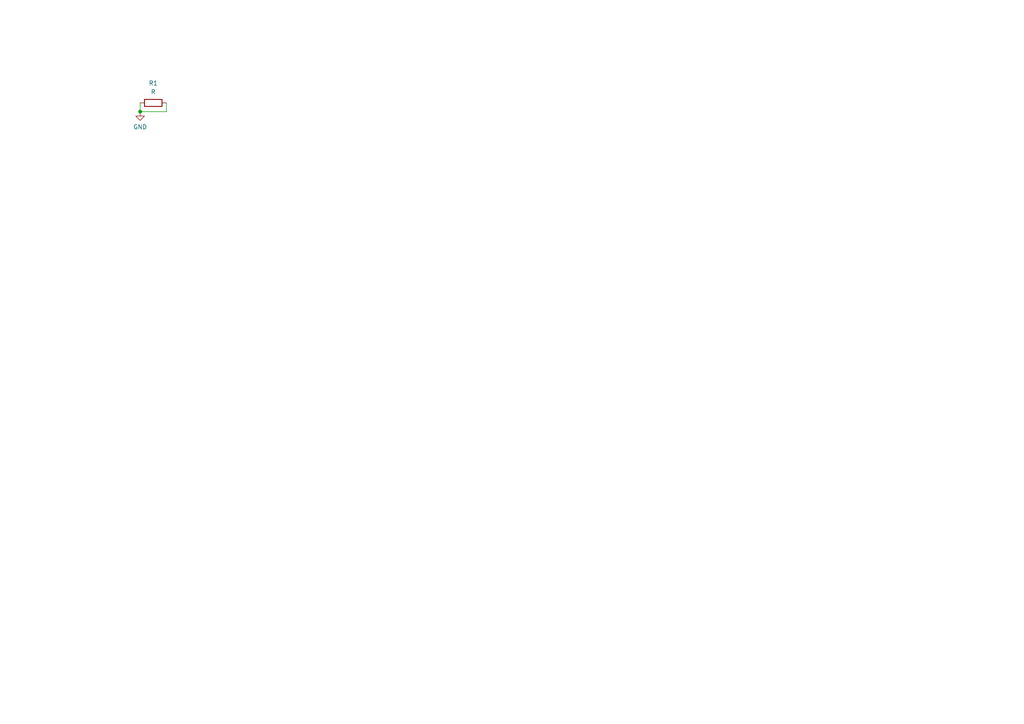
<source format=kicad_sch>
(kicad_sch (version 20231120) (generator "eeschema") (generator_version "8.0")
  (paper "A4")
  (lib_symbols
    (symbol "Device:R" (pin_numbers hide) (pin_names (offset 0))
      (property "Reference" "R" (at 2.032 0 90))
      (property "Value" "R" (at 0 0 90))
      (symbol "R_0_1"
        (rectangle (start -1.016 -2.54) (end 1.016 2.54) (stroke (width 0.254)))
      )
      (symbol "R_1_1"
        (pin passive line (at 0 3.81 270) (length 1.27) (name "~") (number "1"))
        (pin passive line (at 0 -3.81 90) (length 1.27) (name "~") (number "2"))
      )
    )
    (symbol "power:GND" (power) (pin_numbers hide) (pin_names (offset 0) hide)
      (property "Value" "GND" (at 0 -3.81 0))
      (symbol "GND_0_1"
        (polyline (pts (xy 0 0) (xy 0 -1.27) (xy 1.27 -1.27) (xy 0 -2.54) (xy -1.27 -1.27) (xy 0 -1.27)))
      )
      (symbol "GND_1_1"
        (pin power_in line (at 0 0 270) (length 0) (name "~") (number "1"))
      )
    )
  )
  (junction (at 40.64 32.385))
  (wire (pts (xy 48.26 29.845) (xy 48.26 32.385)))
  (wire (pts (xy 40.64 32.385) (xy 40.64 29.845)))
  (wire (pts (xy 40.64 32.385) (xy 48.26 32.385)))
  (symbol (lib_id "Device:R") (at 44.45 29.845 90) (unit 1)
    (property "Reference" "R1" (at 44.45 24.13 90))
    (property "Value" "R" (at 44.45 26.67 90))
    (property "Footprint" "Resistor_SMD:R_0201_0603Metric" (effects (hide yes)))
    (property "Description" "Resistor" (effects (hide yes)))
  )
  (symbol (lib_id "power:GND") (at 40.64 32.385 0) (unit 1)
    (property "Reference" "#PWR01" (effects (hide yes)))
    (property "Value" "GND" (at 40.64 36.83 0))
    (property "Description" "Power symbol creates a global label with name \"GND\" , ground" (effects (hide yes)))
  )
)
</source>
